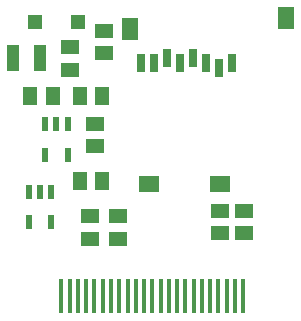
<source format=gbr>
G04 EAGLE Gerber RS-274X export*
G75*
%MOMM*%
%FSLAX34Y34*%
%LPD*%
%INSolderpaste Bottom*%
%IPPOS*%
%AMOC8*
5,1,8,0,0,1.08239X$1,22.5*%
G01*
%ADD10R,0.350000X3.000000*%
%ADD11R,0.550000X1.200000*%
%ADD12R,1.300000X1.500000*%
%ADD13R,1.016000X2.200000*%
%ADD14R,1.200000X1.200000*%
%ADD15R,1.500000X1.300000*%
%ADD16R,1.400000X1.900000*%
%ADD17R,1.800000X1.400000*%
%ADD18R,0.700000X1.500000*%


D10*
X113500Y67100D03*
X120500Y67100D03*
X127500Y67100D03*
X134500Y67100D03*
X141500Y67100D03*
X148500Y67100D03*
X155500Y67100D03*
X162500Y67100D03*
X169500Y67100D03*
X176500Y67100D03*
X183500Y67100D03*
X190500Y67100D03*
X197500Y67100D03*
X204500Y67100D03*
X211500Y67100D03*
X218500Y67100D03*
X225500Y67100D03*
X232500Y67100D03*
X239500Y67100D03*
X246500Y67100D03*
X253500Y67100D03*
X260500Y67100D03*
X267500Y67100D03*
D11*
X99720Y212301D03*
X109220Y212301D03*
X118720Y212301D03*
X118720Y186299D03*
X99720Y186299D03*
D12*
X106020Y236310D03*
X87020Y236310D03*
D13*
X72670Y268440D03*
X95210Y268440D03*
D14*
X127720Y298540D03*
X90720Y298540D03*
D12*
X128930Y236130D03*
X147930Y236130D03*
D15*
X142330Y193700D03*
X142330Y212700D03*
X120560Y277470D03*
X120560Y258470D03*
X268060Y120040D03*
X268060Y139040D03*
X247740Y120040D03*
X247740Y139040D03*
D12*
X128930Y163740D03*
X147930Y163740D03*
D15*
X138110Y134280D03*
X138110Y115280D03*
X161760Y134280D03*
X161760Y115280D03*
D16*
X171640Y292880D03*
X303640Y301880D03*
D17*
X187640Y161880D03*
X247640Y161880D03*
D18*
X180640Y263880D03*
X191640Y263880D03*
X202640Y267880D03*
X213640Y263880D03*
X224640Y267880D03*
X235640Y263880D03*
X246640Y259880D03*
X257640Y263880D03*
D15*
X149860Y272440D03*
X149860Y291440D03*
D11*
X85750Y155240D03*
X95250Y155240D03*
X104750Y155240D03*
X104750Y129240D03*
X85750Y129240D03*
M02*

</source>
